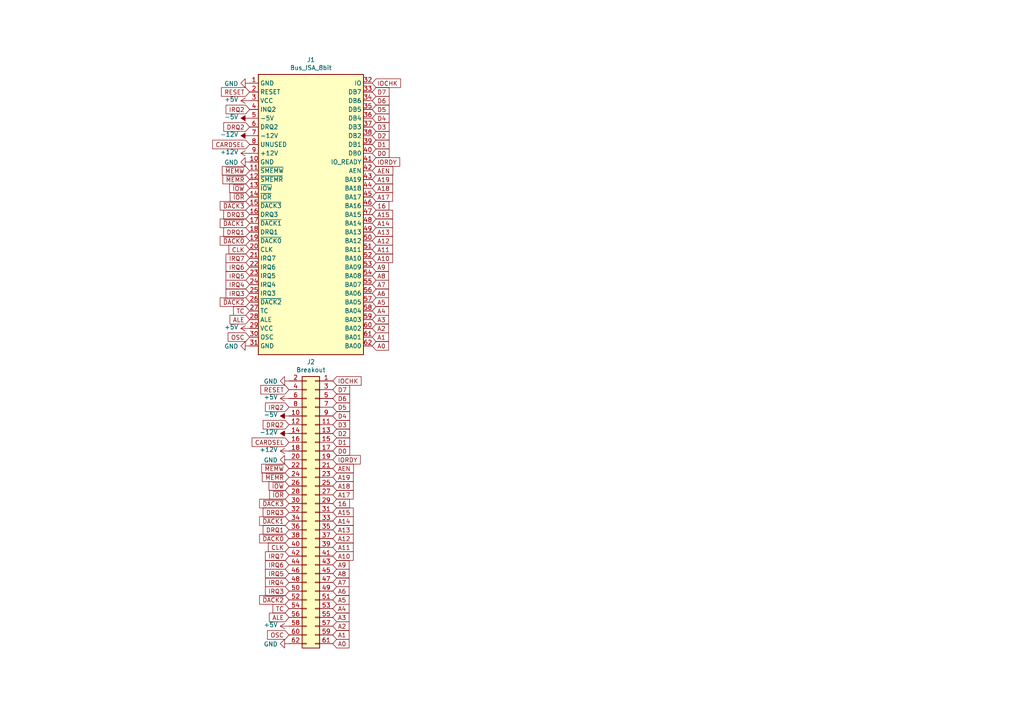
<source format=kicad_sch>
(kicad_sch (version 20230121) (generator eeschema)
  (paper "A4")
  (title_block (title "8-bit ISA Prototype Board") (date "2019-02-07") (company "Monotech PCs"))
  (lib_symbols
    (symbol "Connector_Generic:Conn_02x31_Odd_Even" (pin_names (offset 1.016) hide)
      (property "Reference" "J" (at 1.27 40.64 0))
      (property "Value" "Conn_02x31_Odd_Even" (at 1.27 -40.64 0))
      (symbol "Conn_02x31_Odd_Even_1_1"
        (rectangle (start -1.27 -37.973) (end 0 -38.227) (stroke (width 0.1524)))
        (rectangle (start -1.27 -35.433) (end 0 -35.687) (stroke (width 0.1524)))
        (rectangle (start -1.27 -32.893) (end 0 -33.147) (stroke (width 0.1524)))
        (rectangle (start -1.27 -30.353) (end 0 -30.607) (stroke (width 0.1524)))
        (rectangle (start -1.27 -27.813) (end 0 -28.067) (stroke (width 0.1524)))
        (rectangle (start -1.27 -25.273) (end 0 -25.527) (stroke (width 0.1524)))
        (rectangle (start -1.27 -22.733) (end 0 -22.987) (stroke (width 0.1524)))
        (rectangle (start -1.27 -20.193) (end 0 -20.447) (stroke (width 0.1524)))
        (rectangle (start -1.27 -17.653) (end 0 -17.907) (stroke (width 0.1524)))
        (rectangle (start -1.27 -15.113) (end 0 -15.367) (stroke (width 0.1524)))
        (rectangle (start -1.27 -12.573) (end 0 -12.827) (stroke (width 0.1524)))
        (rectangle (start -1.27 -10.033) (end 0 -10.287) (stroke (width 0.1524)))
        (rectangle (start -1.27 -7.493) (end 0 -7.747) (stroke (width 0.1524)))
        (rectangle (start -1.27 -4.953) (end 0 -5.207) (stroke (width 0.1524)))
        (rectangle (start -1.27 -2.413) (end 0 -2.667) (stroke (width 0.1524)))
        (rectangle (start -1.27 0.127) (end 0 -0.127) (stroke (width 0.1524)))
        (rectangle (start -1.27 2.667) (end 0 2.413) (stroke (width 0.1524)))
        (rectangle (start -1.27 5.207) (end 0 4.953) (stroke (width 0.1524)))
        (rectangle (start -1.27 7.747) (end 0 7.493) (stroke (width 0.1524)))
        (rectangle (start -1.27 10.287) (end 0 10.033) (stroke (width 0.1524)))
        (rectangle (start -1.27 12.827) (end 0 12.573) (stroke (width 0.1524)))
        (rectangle (start -1.27 15.367) (end 0 15.113) (stroke (width 0.1524)))
        (rectangle (start -1.27 17.907) (end 0 17.653) (stroke (width 0.1524)))
        (rectangle (start -1.27 20.447) (end 0 20.193) (stroke (width 0.1524)))
        (rectangle (start -1.27 22.987) (end 0 22.733) (stroke (width 0.1524)))
        (rectangle (start -1.27 25.527) (end 0 25.273) (stroke (width 0.1524)))
        (rectangle (start -1.27 28.067) (end 0 27.813) (stroke (width 0.1524)))
        (rectangle (start -1.27 30.607) (end 0 30.353) (stroke (width 0.1524)))
        (rectangle (start -1.27 33.147) (end 0 32.893) (stroke (width 0.1524)))
        (rectangle (start -1.27 35.687) (end 0 35.433) (stroke (width 0.1524)))
        (rectangle (start -1.27 38.227) (end 0 37.973) (stroke (width 0.1524)))
        (rectangle (start -1.27 39.37) (end 3.81 -39.37) (stroke (width 0.254)) (fill (type background)))
        (rectangle (start 3.81 -37.973) (end 2.54 -38.227) (stroke (width 0.1524)))
        (rectangle (start 3.81 -35.433) (end 2.54 -35.687) (stroke (width 0.1524)))
        (rectangle (start 3.81 -32.893) (end 2.54 -33.147) (stroke (width 0.1524)))
        (rectangle (start 3.81 -30.353) (end 2.54 -30.607) (stroke (width 0.1524)))
        (rectangle (start 3.81 -27.813) (end 2.54 -28.067) (stroke (width 0.1524)))
        (rectangle (start 3.81 -25.273) (end 2.54 -25.527) (stroke (width 0.1524)))
        (rectangle (start 3.81 -22.733) (end 2.54 -22.987) (stroke (width 0.1524)))
        (rectangle (start 3.81 -20.193) (end 2.54 -20.447) (stroke (width 0.1524)))
        (rectangle (start 3.81 -17.653) (end 2.54 -17.907) (stroke (width 0.1524)))
        (rectangle (start 3.81 -15.113) (end 2.54 -15.367) (stroke (width 0.1524)))
        (rectangle (start 3.81 -12.573) (end 2.54 -12.827) (stroke (width 0.1524)))
        (rectangle (start 3.81 -10.033) (end 2.54 -10.287) (stroke (width 0.1524)))
        (rectangle (start 3.81 -7.493) (end 2.54 -7.747) (stroke (width 0.1524)))
        (rectangle (start 3.81 -4.953) (end 2.54 -5.207) (stroke (width 0.1524)))
        (rectangle (start 3.81 -2.413) (end 2.54 -2.667) (stroke (width 0.1524)))
        (rectangle (start 3.81 0.127) (end 2.54 -0.127) (stroke (width 0.1524)))
        (rectangle (start 3.81 2.667) (end 2.54 2.413) (stroke (width 0.1524)))
        (rectangle (start 3.81 5.207) (end 2.54 4.953) (stroke (width 0.1524)))
        (rectangle (start 3.81 7.747) (end 2.54 7.493) (stroke (width 0.1524)))
        (rectangle (start 3.81 10.287) (end 2.54 10.033) (stroke (width 0.1524)))
        (rectangle (start 3.81 12.827) (end 2.54 12.573) (stroke (width 0.1524)))
        (rectangle (start 3.81 15.367) (end 2.54 15.113) (stroke (width 0.1524)))
        (rectangle (start 3.81 17.907) (end 2.54 17.653) (stroke (width 0.1524)))
        (rectangle (start 3.81 20.447) (end 2.54 20.193) (stroke (width 0.1524)))
        (rectangle (start 3.81 22.987) (end 2.54 22.733) (stroke (width 0.1524)))
        (rectangle (start 3.81 25.527) (end 2.54 25.273) (stroke (width 0.1524)))
        (rectangle (start 3.81 28.067) (end 2.54 27.813) (stroke (width 0.1524)))
        (rectangle (start 3.81 30.607) (end 2.54 30.353) (stroke (width 0.1524)))
        (rectangle (start 3.81 33.147) (end 2.54 32.893) (stroke (width 0.1524)))
        (rectangle (start 3.81 35.687) (end 2.54 35.433) (stroke (width 0.1524)))
        (rectangle (start 3.81 38.227) (end 2.54 37.973) (stroke (width 0.1524)))
        (pin passive line (at -5.08 38.1 0) (length 3.81) (name "Pin_1") (number "1"))
        (pin passive line (at 7.62 27.94 180) (length 3.81) (name "Pin_10") (number "10"))
        (pin passive line (at -5.08 25.4 0) (length 3.81) (name "Pin_11") (number "11"))
        (pin passive line (at 7.62 25.4 180) (length 3.81) (name "Pin_12") (number "12"))
        (pin passive line (at -5.08 22.86 0) (length 3.81) (name "Pin_13") (number "13"))
        (pin passive line (at 7.62 22.86 180) (length 3.81) (name "Pin_14") (number "14"))
        (pin passive line (at -5.08 20.32 0) (length 3.81) (name "Pin_15") (number "15"))
        (pin passive line (at 7.62 20.32 180) (length 3.81) (name "Pin_16") (number "16"))
        (pin passive line (at -5.08 17.78 0) (length 3.81) (name "Pin_17") (number "17"))
        (pin passive line (at 7.62 17.78 180) (length 3.81) (name "Pin_18") (number "18"))
        (pin passive line (at -5.08 15.24 0) (length 3.81) (name "Pin_19") (number "19"))
        (pin passive line (at 7.62 38.1 180) (length 3.81) (name "Pin_2") (number "2"))
        (pin passive line (at 7.62 15.24 180) (length 3.81) (name "Pin_20") (number "20"))
        (pin passive line (at -5.08 12.7 0) (length 3.81) (name "Pin_21") (number "21"))
        (pin passive line (at 7.62 12.7 180) (length 3.81) (name "Pin_22") (number "22"))
        (pin passive line (at -5.08 10.16 0) (length 3.81) (name "Pin_23") (number "23"))
        (pin passive line (at 7.62 10.16 180) (length 3.81) (name "Pin_24") (number "24"))
        (pin passive line (at -5.08 7.62 0) (length 3.81) (name "Pin_25") (number "25"))
        (pin passive line (at 7.62 7.62 180) (length 3.81) (name "Pin_26") (number "26"))
        (pin passive line (at -5.08 5.08 0) (length 3.81) (name "Pin_27") (number "27"))
        (pin passive line (at 7.62 5.08 180) (length 3.81) (name "Pin_28") (number "28"))
        (pin passive line (at -5.08 2.54 0) (length 3.81) (name "Pin_29") (number "29"))
        (pin passive line (at -5.08 35.56 0) (length 3.81) (name "Pin_3") (number "3"))
        (pin passive line (at 7.62 2.54 180) (length 3.81) (name "Pin_30") (number "30"))
        (pin passive line (at -5.08 0 0) (length 3.81) (name "Pin_31") (number "31"))
        (pin passive line (at 7.62 0 180) (length 3.81) (name "Pin_32") (number "32"))
        (pin passive line (at -5.08 -2.54 0) (length 3.81) (name "Pin_33") (number "33"))
        (pin passive line (at 7.62 -2.54 180) (length 3.81) (name "Pin_34") (number "34"))
        (pin passive line (at -5.08 -5.08 0) (length 3.81) (name "Pin_35") (number "35"))
        (pin passive line (at 7.62 -5.08 180) (length 3.81) (name "Pin_36") (number "36"))
        (pin passive line (at -5.08 -7.62 0) (length 3.81) (name "Pin_37") (number "37"))
        (pin passive line (at 7.62 -7.62 180) (length 3.81) (name "Pin_38") (number "38"))
        (pin passive line (at -5.08 -10.16 0) (length 3.81) (name "Pin_39") (number "39"))
        (pin passive line (at 7.62 35.56 180) (length 3.81) (name "Pin_4") (number "4"))
        (pin passive line (at 7.62 -10.16 180) (length 3.81) (name "Pin_40") (number "40"))
        (pin passive line (at -5.08 -12.7 0) (length 3.81) (name "Pin_41") (number "41"))
        (pin passive line (at 7.62 -12.7 180) (length 3.81) (name "Pin_42") (number "42"))
        (pin passive line (at -5.08 -15.24 0) (length 3.81) (name "Pin_43") (number "43"))
        (pin passive line (at 7.62 -15.24 180) (length 3.81) (name "Pin_44") (number "44"))
        (pin passive line (at -5.08 -17.78 0) (length 3.81) (name "Pin_45") (number "45"))
        (pin passive line (at 7.62 -17.78 180) (length 3.81) (name "Pin_46") (number "46"))
        (pin passive line (at -5.08 -20.32 0) (length 3.81) (name "Pin_47") (number "47"))
        (pin passive line (at 7.62 -20.32 180) (length 3.81) (name "Pin_48") (number "48"))
        (pin passive line (at -5.08 -22.86 0) (length 3.81) (name "Pin_49") (number "49"))
        (pin passive line (at -5.08 33.02 0) (length 3.81) (name "Pin_5") (number "5"))
        (pin passive line (at 7.62 -22.86 180) (length 3.81) (name "Pin_50") (number "50"))
        (pin passive line (at -5.08 -25.4 0) (length 3.81) (name "Pin_51") (number "51"))
        (pin passive line (at 7.62 -25.4 180) (length 3.81) (name "Pin_52") (number "52"))
        (pin passive line (at -5.08 -27.94 0) (length 3.81) (name "Pin_53") (number "53"))
        (pin passive line (at 7.62 -27.94 180) (length 3.81) (name "Pin_54") (number "54"))
        (pin passive line (at -5.08 -30.48 0) (length 3.81) (name "Pin_55") (number "55"))
        (pin passive line (at 7.62 -30.48 180) (length 3.81) (name "Pin_56") (number "56"))
        (pin passive line (at -5.08 -33.02 0) (length 3.81) (name "Pin_57") (number "57"))
        (pin passive line (at 7.62 -33.02 180) (length 3.81) (name "Pin_58") (number "58"))
        (pin passive line (at -5.08 -35.56 0) (length 3.81) (name "Pin_59") (number "59"))
        (pin passive line (at 7.62 33.02 180) (length 3.81) (name "Pin_6") (number "6"))
        (pin passive line (at 7.62 -35.56 180) (length 3.81) (name "Pin_60") (number "60"))
        (pin passive line (at -5.08 -38.1 0) (length 3.81) (name "Pin_61") (number "61"))
        (pin passive line (at 7.62 -38.1 180) (length 3.81) (name "Pin_62") (number "62"))
        (pin passive line (at -5.08 30.48 0) (length 3.81) (name "Pin_7") (number "7"))
        (pin passive line (at 7.62 30.48 180) (length 3.81) (name "Pin_8") (number "8"))
        (pin passive line (at -5.08 27.94 0) (length 3.81) (name "Pin_9") (number "9"))
      )
    )
    (symbol "XT Prototype Board-rescue:Bus_ISA_8bit-Connector"
      (property "Reference" "J" (at 0 42.545 0))
      (property "Value" "Connector_Bus_ISA_8bit" (at 0 -42.545 0))
      (symbol "Bus_ISA_8bit-Connector_0_1"
        (rectangle (start -15.24 -40.64) (end 15.24 40.64) (stroke (width 0.254)) (fill (type background)))
      )
      (symbol "Bus_ISA_8bit-Connector_1_1"
        (pin power_in line (at -17.78 38.1 0) (length 2.54) (name "GND") (number "1"))
        (pin power_in line (at -17.78 15.24 0) (length 2.54) (name "GND") (number "10"))
        (pin output line (at -17.78 12.7 0) (length 2.54) (name "~{SMEMW}") (number "11"))
        (pin output line (at -17.78 10.16 0) (length 2.54) (name "~{SMEMR}") (number "12"))
        (pin output line (at -17.78 7.62 0) (length 2.54) (name "~{IOW}") (number "13"))
        (pin output line (at -17.78 5.08 0) (length 2.54) (name "~{IOR}") (number "14"))
        (pin passive line (at -17.78 2.54 0) (length 2.54) (name "~{DACK3}") (number "15"))
        (pin passive line (at -17.78 0 0) (length 2.54) (name "DRQ3") (number "16"))
        (pin passive line (at -17.78 -2.54 0) (length 2.54) (name "~{DACK1}") (number "17"))
        (pin passive line (at -17.78 -5.08 0) (length 2.54) (name "DRQ1") (number "18"))
        (pin passive line (at -17.78 -7.62 0) (length 2.54) (name "~{DACK0}") (number "19"))
        (pin output line (at -17.78 35.56 0) (length 2.54) (name "RESET") (number "2"))
        (pin output line (at -17.78 -10.16 0) (length 2.54) (name "CLK") (number "20"))
        (pin passive line (at -17.78 -12.7 0) (length 2.54) (name "IRQ7") (number "21"))
        (pin passive line (at -17.78 -15.24 0) (length 2.54) (name "IRQ6") (number "22"))
        (pin passive line (at -17.78 -17.78 0) (length 2.54) (name "IRQ5") (number "23"))
        (pin passive line (at -17.78 -20.32 0) (length 2.54) (name "IRQ4") (number "24"))
        (pin passive line (at -17.78 -22.86 0) (length 2.54) (name "IRQ3") (number "25"))
        (pin passive line (at -17.78 -25.4 0) (length 2.54) (name "~{DACK2}") (number "26"))
        (pin passive line (at -17.78 -27.94 0) (length 2.54) (name "TC") (number "27"))
        (pin output line (at -17.78 -30.48 0) (length 2.54) (name "ALE") (number "28"))
        (pin power_in line (at -17.78 -33.02 0) (length 2.54) (name "VCC") (number "29"))
        (pin power_in line (at -17.78 33.02 0) (length 2.54) (name "VCC") (number "3"))
        (pin output line (at -17.78 -35.56 0) (length 2.54) (name "OSC") (number "30"))
        (pin power_in line (at -17.78 -38.1 0) (length 2.54) (name "GND") (number "31"))
        (pin passive line (at 17.78 38.1 180) (length 2.54) (name "IO") (number "32"))
        (pin tri_state line (at 17.78 35.56 180) (length 2.54) (name "DB7") (number "33"))
        (pin tri_state line (at 17.78 33.02 180) (length 2.54) (name "DB6") (number "34"))
        (pin tri_state line (at 17.78 30.48 180) (length 2.54) (name "DB5") (number "35"))
        (pin tri_state line (at 17.78 27.94 180) (length 2.54) (name "DB4") (number "36"))
        (pin tri_state line (at 17.78 25.4 180) (length 2.54) (name "DB3") (number "37"))
        (pin tri_state line (at 17.78 22.86 180) (length 2.54) (name "DB2") (number "38"))
        (pin tri_state line (at 17.78 20.32 180) (length 2.54) (name "DB1") (number "39"))
        (pin passive line (at -17.78 30.48 0) (length 2.54) (name "INQ2") (number "4"))
        (pin tri_state line (at 17.78 17.78 180) (length 2.54) (name "DB0") (number "40"))
        (pin passive line (at 17.78 15.24 180) (length 2.54) (name "IO_READY") (number "41"))
        (pin output line (at 17.78 12.7 180) (length 2.54) (name "AEN") (number "42"))
        (pin tri_state line (at 17.78 10.16 180) (length 2.54) (name "BA19") (number "43"))
        (pin tri_state line (at 17.78 7.62 180) (length 2.54) (name "BA18") (number "44"))
        (pin tri_state line (at 17.78 5.08 180) (length 2.54) (name "BA17") (number "45"))
        (pin tri_state line (at 17.78 2.54 180) (length 2.54) (name "BA16") (number "46"))
        (pin tri_state line (at 17.78 0 180) (length 2.54) (name "BA15") (number "47"))
        (pin tri_state line (at 17.78 -2.54 180) (length 2.54) (name "BA14") (number "48"))
        (pin tri_state line (at 17.78 -5.08 180) (length 2.54) (name "BA13") (number "49"))
        (pin power_in line (at -17.78 27.94 0) (length 2.54) (name "-5V") (number "5"))
        (pin tri_state line (at 17.78 -7.62 180) (length 2.54) (name "BA12") (number "50"))
        (pin tri_state line (at 17.78 -10.16 180) (length 2.54) (name "BA11") (number "51"))
        (pin tri_state line (at 17.78 -12.7 180) (length 2.54) (name "BA10") (number "52"))
        (pin tri_state line (at 17.78 -15.24 180) (length 2.54) (name "BA09") (number "53"))
        (pin tri_state line (at 17.78 -17.78 180) (length 2.54) (name "BA08") (number "54"))
        (pin tri_state line (at 17.78 -20.32 180) (length 2.54) (name "BA07") (number "55"))
        (pin tri_state line (at 17.78 -22.86 180) (length 2.54) (name "BA06") (number "56"))
        (pin tri_state line (at 17.78 -25.4 180) (length 2.54) (name "BA05") (number "57"))
        (pin tri_state line (at 17.78 -27.94 180) (length 2.54) (name "BA04") (number "58"))
        (pin tri_state line (at 17.78 -30.48 180) (length 2.54) (name "BA03") (number "59"))
        (pin passive line (at -17.78 25.4 0) (length 2.54) (name "DRQ2") (number "6"))
        (pin tri_state line (at 17.78 -33.02 180) (length 2.54) (name "BA02") (number "60"))
        (pin tri_state line (at 17.78 -35.56 180) (length 2.54) (name "BA01") (number "61"))
        (pin tri_state line (at 17.78 -38.1 180) (length 2.54) (name "BA00") (number "62"))
        (pin power_in line (at -17.78 22.86 0) (length 2.54) (name "-12V") (number "7"))
        (pin passive line (at -17.78 20.32 0) (length 2.54) (name "UNUSED") (number "8"))
        (pin power_in line (at -17.78 17.78 0) (length 2.54) (name "+12V") (number "9"))
      )
    )
    (symbol "power:+12V" (power) (pin_names (offset 0))
      (property "Value" "+12V" (at 0 3.556 0))
      (symbol "+12V_0_1"
        (polyline (pts (xy -0.762 1.27) (xy 0 2.54)))
        (polyline (pts (xy 0 0) (xy 0 2.54)))
        (polyline (pts (xy 0 2.54) (xy 0.762 1.27)))
      )
      (symbol "+12V_1_1"
        (pin power_in line (at 0 0 90) (length 0) hide (name "+12V") (number "1"))
      )
    )
    (symbol "power:+5V" (power) (pin_names (offset 0))
      (property "Value" "+5V" (at 0 3.556 0))
      (symbol "+5V_0_1"
        (polyline (pts (xy -0.762 1.27) (xy 0 2.54)))
        (polyline (pts (xy 0 0) (xy 0 2.54)))
        (polyline (pts (xy 0 2.54) (xy 0.762 1.27)))
      )
      (symbol "+5V_1_1"
        (pin power_in line (at 0 0 90) (length 0) hide (name "+5V") (number "1"))
      )
    )
    (symbol "power:-12V" (power) (pin_names (offset 0))
      (property "Value" "-12V" (at 0 3.81 0))
      (symbol "-12V_0_0"
        (pin power_in line (at 0 0 90) (length 0) hide (name "-12V") (number "1"))
      )
      (symbol "-12V_0_1"
        (polyline (pts (xy 0 0) (xy 0 1.27) (xy 0.762 1.27) (xy 0 2.54) (xy -0.762 1.27) (xy 0 1.27)) (fill (type outline)))
      )
    )
    (symbol "power:-5V" (power) (pin_names (offset 0))
      (property "Value" "-5V" (at 0 3.81 0))
      (symbol "-5V_0_0"
        (pin power_in line (at 0 0 90) (length 0) hide (name "-5V") (number "1"))
      )
      (symbol "-5V_0_1"
        (polyline (pts (xy 0 0) (xy 0 1.27) (xy 0.762 1.27) (xy 0 2.54) (xy -0.762 1.27) (xy 0 1.27)) (fill (type outline)))
      )
    )
    (symbol "power:GND" (power) (pin_names (offset 0))
      (property "Value" "GND" (at 0 -3.81 0))
      (symbol "GND_0_1"
        (polyline (pts (xy 0 0) (xy 0 -1.27) (xy 1.27 -1.27) (xy 0 -2.54) (xy -1.27 -1.27) (xy 0 -1.27)))
      )
      (symbol "GND_1_1"
        (pin power_in line (at 0 0 270) (length 0) hide (name "GND") (number "1"))
      )
    )
  )
  (global_label "A7" (shape input) (at 107.95 82.55 0) (property "Intersheetrefs" "${INTERSHEET_REFS}" (effects hide)))
  (global_label "DRQ1" (shape input) (at 72.39 67.31 180) (property "Intersheetrefs" "${INTERSHEET_REFS}" (effects hide)))
  (global_label "~{DACK1}" (shape input) (at 83.82 151.13 180) (property "Intersheetrefs" "${INTERSHEET_REFS}" (effects hide)))
  (global_label "IRQ5" (shape input) (at 72.39 80.01 180) (property "Intersheetrefs" "${INTERSHEET_REFS}" (effects hide)))
  (global_label "A11" (shape input) (at 96.52 158.75 0) (property "Intersheetrefs" "${INTERSHEET_REFS}" (effects hide)))
  (global_label "A12" (shape input) (at 107.95 69.85 0) (property "Intersheetrefs" "${INTERSHEET_REFS}" (effects hide)))
  (global_label "RESET" (shape input) (at 72.39 26.67 180) (property "Intersheetrefs" "${INTERSHEET_REFS}" (effects hide)))
  (global_label "CARDSEL" (shape input) (at 83.82 128.27 180) (property "Intersheetrefs" "${INTERSHEET_REFS}" (effects hide)))
  (global_label "ALE" (shape input) (at 72.39 92.71 180) (property "Intersheetrefs" "${INTERSHEET_REFS}" (effects hide)))
  (global_label "A2" (shape input) (at 96.52 181.61 0) (property "Intersheetrefs" "${INTERSHEET_REFS}" (effects hide)))
  (global_label "A9" (shape input) (at 96.52 163.83 0) (property "Intersheetrefs" "${INTERSHEET_REFS}" (effects hide)))
  (global_label "D5" (shape input) (at 107.95 31.75 0) (property "Intersheetrefs" "${INTERSHEET_REFS}" (effects hide)))
  (global_label "IRQ3" (shape input) (at 72.39 85.09 180) (property "Intersheetrefs" "${INTERSHEET_REFS}" (effects hide)))
  (global_label "IRQ5" (shape input) (at 83.82 166.37 180) (property "Intersheetrefs" "${INTERSHEET_REFS}" (effects hide)))
  (global_label "IRQ7" (shape input) (at 72.39 74.93 180) (property "Intersheetrefs" "${INTERSHEET_REFS}" (effects hide)))
  (global_label "IRQ3" (shape input) (at 83.82 171.45 180) (property "Intersheetrefs" "${INTERSHEET_REFS}" (effects hide)))
  (global_label "DRQ2" (shape input) (at 72.39 36.83 180) (property "Intersheetrefs" "${INTERSHEET_REFS}" (effects hide)))
  (global_label "DRQ2" (shape input) (at 83.82 123.19 180) (property "Intersheetrefs" "${INTERSHEET_REFS}" (effects hide)))
  (global_label "DRQ3" (shape input) (at 72.39 62.23 180) (property "Intersheetrefs" "${INTERSHEET_REFS}" (effects hide)))
  (global_label "A5" (shape input) (at 96.52 173.99 0) (property "Intersheetrefs" "${INTERSHEET_REFS}" (effects hide)))
  (global_label "A3" (shape input) (at 96.52 179.07 0) (property "Intersheetrefs" "${INTERSHEET_REFS}" (effects hide)))
  (global_label "OSC" (shape input) (at 83.82 184.15 180) (property "Intersheetrefs" "${INTERSHEET_REFS}" (effects hide)))
  (global_label "IRQ6" (shape input) (at 72.39 77.47 180) (property "Intersheetrefs" "${INTERSHEET_REFS}" (effects hide)))
  (global_label "AEN" (shape input) (at 107.95 49.53 0) (property "Intersheetrefs" "${INTERSHEET_REFS}" (effects hide)))
  (global_label "~{DACK0}" (shape input) (at 83.82 156.21 180) (property "Intersheetrefs" "${INTERSHEET_REFS}" (effects hide)))
  (global_label "IRQ2" (shape input) (at 72.39 31.75 180) (property "Intersheetrefs" "${INTERSHEET_REFS}" (effects hide)))
  (global_label "D7" (shape input) (at 107.95 26.67 0) (property "Intersheetrefs" "${INTERSHEET_REFS}" (effects hide)))
  (global_label "IRQ7" (shape input) (at 83.82 161.29 180) (property "Intersheetrefs" "${INTERSHEET_REFS}" (effects hide)))
  (global_label "IRQ6" (shape input) (at 83.82 163.83 180) (property "Intersheetrefs" "${INTERSHEET_REFS}" (effects hide)))
  (global_label "ALE" (shape input) (at 83.82 179.07 180) (property "Intersheetrefs" "${INTERSHEET_REFS}" (effects hide)))
  (global_label "A13" (shape input) (at 96.52 153.67 0) (property "Intersheetrefs" "${INTERSHEET_REFS}" (effects hide)))
  (global_label "~{IOR}" (shape input) (at 72.39 57.15 180) (property "Intersheetrefs" "${INTERSHEET_REFS}" (effects hide)))
  (global_label "A1" (shape input) (at 107.95 97.79 0) (property "Intersheetrefs" "${INTERSHEET_REFS}" (effects hide)))
  (global_label "D5" (shape input) (at 96.52 118.11 0) (property "Intersheetrefs" "${INTERSHEET_REFS}" (effects hide)))
  (global_label "A4" (shape input) (at 96.52 176.53 0) (property "Intersheetrefs" "${INTERSHEET_REFS}" (effects hide)))
  (global_label "A19" (shape input) (at 96.52 138.43 0) (property "Intersheetrefs" "${INTERSHEET_REFS}" (effects hide)))
  (global_label "~{MEMR}" (shape input) (at 72.39 52.07 180) (property "Intersheetrefs" "${INTERSHEET_REFS}" (effects hide)))
  (global_label "~{MEMW}" (shape input) (at 72.39 49.53 180) (property "Intersheetrefs" "${INTERSHEET_REFS}" (effects hide)))
  (global_label "TC" (shape input) (at 72.39 90.17 180) (property "Intersheetrefs" "${INTERSHEET_REFS}" (effects hide)))
  (global_label "A2" (shape input) (at 107.95 95.25 0) (property "Intersheetrefs" "${INTERSHEET_REFS}" (effects hide)))
  (global_label "D1" (shape input) (at 96.52 128.27 0) (property "Intersheetrefs" "${INTERSHEET_REFS}" (effects hide)))
  (global_label "~{MEMW}" (shape input) (at 83.82 135.89 180) (property "Intersheetrefs" "${INTERSHEET_REFS}" (effects hide)))
  (global_label "A0" (shape input) (at 107.95 100.33 0) (property "Intersheetrefs" "${INTERSHEET_REFS}" (effects hide)))
  (global_label "A18" (shape input) (at 107.95 54.61 0) (property "Intersheetrefs" "${INTERSHEET_REFS}" (effects hide)))
  (global_label "A13" (shape input) (at 107.95 67.31 0) (property "Intersheetrefs" "${INTERSHEET_REFS}" (effects hide)))
  (global_label "A4" (shape input) (at 107.95 90.17 0) (property "Intersheetrefs" "${INTERSHEET_REFS}" (effects hide)))
  (global_label "D0" (shape input) (at 107.95 44.45 0) (property "Intersheetrefs" "${INTERSHEET_REFS}" (effects hide)))
  (global_label "~{DACK1}" (shape input) (at 72.39 64.77 180) (property "Intersheetrefs" "${INTERSHEET_REFS}" (effects hide)))
  (global_label "DRQ3" (shape input) (at 83.82 148.59 180) (property "Intersheetrefs" "${INTERSHEET_REFS}" (effects hide)))
  (global_label "~{IOR}" (shape input) (at 83.82 143.51 180) (property "Intersheetrefs" "${INTERSHEET_REFS}" (effects hide)))
  (global_label "~{IOW}" (shape input) (at 83.82 140.97 180) (property "Intersheetrefs" "${INTERSHEET_REFS}" (effects hide)))
  (global_label "D6" (shape input) (at 107.95 29.21 0) (property "Intersheetrefs" "${INTERSHEET_REFS}" (effects hide)))
  (global_label "A14" (shape input) (at 96.52 151.13 0) (property "Intersheetrefs" "${INTERSHEET_REFS}" (effects hide)))
  (global_label "AEN" (shape input) (at 96.52 135.89 0) (property "Intersheetrefs" "${INTERSHEET_REFS}" (effects hide)))
  (global_label "IRQ4" (shape input) (at 72.39 82.55 180) (property "Intersheetrefs" "${INTERSHEET_REFS}" (effects hide)))
  (global_label "CLK" (shape input) (at 83.82 158.75 180) (property "Intersheetrefs" "${INTERSHEET_REFS}" (effects hide)))
  (global_label "A17" (shape input) (at 96.52 143.51 0) (property "Intersheetrefs" "${INTERSHEET_REFS}" (effects hide)))
  (global_label "IORDY" (shape input) (at 96.52 133.35 0) (property "Intersheetrefs" "${INTERSHEET_REFS}" (effects hide)))
  (global_label "D2" (shape input) (at 96.52 125.73 0) (property "Intersheetrefs" "${INTERSHEET_REFS}" (effects hide)))
  (global_label "IOCHK" (shape input) (at 96.52 110.49 0) (property "Intersheetrefs" "${INTERSHEET_REFS}" (effects hide)))
  (global_label "IRQ4" (shape input) (at 83.82 168.91 180) (property "Intersheetrefs" "${INTERSHEET_REFS}" (effects hide)))
  (global_label "~{DACK2}" (shape input) (at 72.39 87.63 180) (property "Intersheetrefs" "${INTERSHEET_REFS}" (effects hide)))
  (global_label "A0" (shape input) (at 96.52 186.69 0) (property "Intersheetrefs" "${INTERSHEET_REFS}" (effects hide)))
  (global_label "D3" (shape input) (at 107.95 36.83 0) (property "Intersheetrefs" "${INTERSHEET_REFS}" (effects hide)))
  (global_label "A5" (shape input) (at 107.95 87.63 0) (property "Intersheetrefs" "${INTERSHEET_REFS}" (effects hide)))
  (global_label "D7" (shape input) (at 96.52 113.03 0) (property "Intersheetrefs" "${INTERSHEET_REFS}" (effects hide)))
  (global_label "DRQ1" (shape input) (at 83.82 153.67 180) (property "Intersheetrefs" "${INTERSHEET_REFS}" (effects hide)))
  (global_label "A6" (shape input) (at 107.95 85.09 0) (property "Intersheetrefs" "${INTERSHEET_REFS}" (effects hide)))
  (global_label "16" (shape input) (at 107.95 59.69 0) (property "Intersheetrefs" "${INTERSHEET_REFS}" (effects hide)))
  (global_label "A14" (shape input) (at 107.95 64.77 0) (property "Intersheetrefs" "${INTERSHEET_REFS}" (effects hide)))
  (global_label "D2" (shape input) (at 107.95 39.37 0) (property "Intersheetrefs" "${INTERSHEET_REFS}" (effects hide)))
  (global_label "~{DACK3}" (shape input) (at 83.82 146.05 180) (property "Intersheetrefs" "${INTERSHEET_REFS}" (effects hide)))
  (global_label "D6" (shape input) (at 96.52 115.57 0) (property "Intersheetrefs" "${INTERSHEET_REFS}" (effects hide)))
  (global_label "A1" (shape input) (at 96.52 184.15 0) (property "Intersheetrefs" "${INTERSHEET_REFS}" (effects hide)))
  (global_label "A6" (shape input) (at 96.52 171.45 0) (property "Intersheetrefs" "${INTERSHEET_REFS}" (effects hide)))
  (global_label "D4" (shape input) (at 107.95 34.29 0) (property "Intersheetrefs" "${INTERSHEET_REFS}" (effects hide)))
  (global_label "A15" (shape input) (at 107.95 62.23 0) (property "Intersheetrefs" "${INTERSHEET_REFS}" (effects hide)))
  (global_label "D0" (shape input) (at 96.52 130.81 0) (property "Intersheetrefs" "${INTERSHEET_REFS}" (effects hide)))
  (global_label "D4" (shape input) (at 96.52 120.65 0) (property "Intersheetrefs" "${INTERSHEET_REFS}" (effects hide)))
  (global_label "~{DACK0}" (shape input) (at 72.39 69.85 180) (property "Intersheetrefs" "${INTERSHEET_REFS}" (effects hide)))
  (global_label "A18" (shape input) (at 96.52 140.97 0) (property "Intersheetrefs" "${INTERSHEET_REFS}" (effects hide)))
  (global_label "A15" (shape input) (at 96.52 148.59 0) (property "Intersheetrefs" "${INTERSHEET_REFS}" (effects hide)))
  (global_label "A11" (shape input) (at 107.95 72.39 0) (property "Intersheetrefs" "${INTERSHEET_REFS}" (effects hide)))
  (global_label "IRQ2" (shape input) (at 83.82 118.11 180) (property "Intersheetrefs" "${INTERSHEET_REFS}" (effects hide)))
  (global_label "OSC" (shape input) (at 72.39 97.79 180) (property "Intersheetrefs" "${INTERSHEET_REFS}" (effects hide)))
  (global_label "IORDY" (shape input) (at 107.95 46.99 0) (property "Intersheetrefs" "${INTERSHEET_REFS}" (effects hide)))
  (global_label "A10" (shape input) (at 107.95 74.93 0) (property "Intersheetrefs" "${INTERSHEET_REFS}" (effects hide)))
  (global_label "~{MEMR}" (shape input) (at 83.82 138.43 180) (property "Intersheetrefs" "${INTERSHEET_REFS}" (effects hide)))
  (global_label "A8" (shape input) (at 107.95 80.01 0) (property "Intersheetrefs" "${INTERSHEET_REFS}" (effects hide)))
  (global_label "~{DACK2}" (shape input) (at 83.82 173.99 180) (property "Intersheetrefs" "${INTERSHEET_REFS}" (effects hide)))
  (global_label "A10" (shape input) (at 96.52 161.29 0) (property "Intersheetrefs" "${INTERSHEET_REFS}" (effects hide)))
  (global_label "16" (shape input) (at 96.52 146.05 0) (property "Intersheetrefs" "${INTERSHEET_REFS}" (effects hide)))
  (global_label "A8" (shape input) (at 96.52 166.37 0) (property "Intersheetrefs" "${INTERSHEET_REFS}" (effects hide)))
  (global_label "CARDSEL" (shape input) (at 72.39 41.91 180) (property "Intersheetrefs" "${INTERSHEET_REFS}" (effects hide)))
  (global_label "IOCHK" (shape input) (at 107.95 24.13 0) (property "Intersheetrefs" "${INTERSHEET_REFS}" (effects hide)))
  (global_label "RESET" (shape input) (at 83.82 113.03 180) (property "Intersheetrefs" "${INTERSHEET_REFS}" (effects hide)))
  (global_label "A7" (shape input) (at 96.52 168.91 0) (property "Intersheetrefs" "${INTERSHEET_REFS}" (effects hide)))
  (global_label "D3" (shape input) (at 96.52 123.19 0) (property "Intersheetrefs" "${INTERSHEET_REFS}" (effects hide)))
  (global_label "A3" (shape input) (at 107.95 92.71 0) (property "Intersheetrefs" "${INTERSHEET_REFS}" (effects hide)))
  (global_label "A9" (shape input) (at 107.95 77.47 0) (property "Intersheetrefs" "${INTERSHEET_REFS}" (effects hide)))
  (global_label "~{IOW}" (shape input) (at 72.39 54.61 180) (property "Intersheetrefs" "${INTERSHEET_REFS}" (effects hide)))
  (global_label "A19" (shape input) (at 107.95 52.07 0) (property "Intersheetrefs" "${INTERSHEET_REFS}" (effects hide)))
  (global_label "A17" (shape input) (at 107.95 57.15 0) (property "Intersheetrefs" "${INTERSHEET_REFS}" (effects hide)))
  (global_label "D1" (shape input) (at 107.95 41.91 0) (property "Intersheetrefs" "${INTERSHEET_REFS}" (effects hide)))
  (global_label "TC" (shape input) (at 83.82 176.53 180) (property "Intersheetrefs" "${INTERSHEET_REFS}" (effects hide)))
  (global_label "A12" (shape input) (at 96.52 156.21 0) (property "Intersheetrefs" "${INTERSHEET_REFS}" (effects hide)))
  (global_label "~{DACK3}" (shape input) (at 72.39 59.69 180) (property "Intersheetrefs" "${INTERSHEET_REFS}" (effects hide)))
  (global_label "CLK" (shape input) (at 72.39 72.39 180) (property "Intersheetrefs" "${INTERSHEET_REFS}" (effects hide)))
  (symbol (lib_id "XT Prototype Board-rescue:Bus_ISA_8bit-Connector") (at 90.17 62.23 0) (unit 1)
    (property "Reference" "J1" (at 90.17 17.3482 0))
    (property "Value" "Bus_ISA_8bit" (at 90.17 19.6596 0))
    (property "Footprint" "Custom:Conn_Edge_PCB_ISA8" (effects hide))
    (property "Datasheet" "https://en.wikipedia.org/wiki/Industry_Standard_Architecture" (effects hide))
  )
  (symbol (lib_id "Connector_Generic:Conn_02x31_Odd_Even") (at 91.44 148.59 0) (mirror y) (unit 1)
    (property "Reference" "J2" (at 90.17 104.9782 0))
    (property "Value" "Breakout" (at 90.17 107.2896 0))
    (property "Footprint" "Connector_PinHeader_2.54mm:PinHeader_2x31_P2.54mm_Vertical" (effects hide))
  )
  (symbol (lib_id "power:GND") (at 72.39 24.13 270) (unit 1)
    (property "Reference" "#PWR01" (effects hide))
    (property "Value" "GND" (at 69.1388 24.257 90) (effects (justify right)))
  )
  (symbol (lib_id "power:GND") (at 72.39 46.99 270) (unit 1)
    (property "Reference" "#PWR06" (effects hide))
    (property "Value" "GND" (at 69.1388 47.117 90) (effects (justify right)))
  )
  (symbol (lib_id "power:GND") (at 72.39 100.33 270) (unit 1)
    (property "Reference" "#PWR08" (effects hide))
    (property "Value" "GND" (at 69.1388 100.457 90) (effects (justify right)))
  )
  (symbol (lib_id "power:+5V") (at 72.39 29.21 90) (unit 1)
    (property "Reference" "#PWR02" (effects hide))
    (property "Value" "+5V" (at 69.1388 28.829 90) (effects (justify left)))
  )
  (symbol (lib_id "power:+5V") (at 72.39 95.25 90) (unit 1)
    (property "Reference" "#PWR07" (effects hide))
    (property "Value" "+5V" (at 69.1388 94.869 90) (effects (justify left)))
  )
  (symbol (lib_id "power:+12V") (at 72.39 44.45 90) (unit 1)
    (property "Reference" "#PWR05" (effects hide))
    (property "Value" "+12V" (at 69.1388 44.069 90) (effects (justify left)))
  )
  (symbol (lib_id "power:-12V") (at 72.39 39.37 90) (unit 1)
    (property "Reference" "#PWR04" (effects hide))
    (property "Value" "-12V" (at 69.1388 38.989 90) (effects (justify left)))
  )
  (symbol (lib_id "power:-5V") (at 72.39 34.29 90) (unit 1)
    (property "Reference" "#PWR03" (effects hide))
    (property "Value" "-5V" (at 69.1388 33.909 90) (effects (justify left)))
  )
  (symbol (lib_id "power:GND") (at 83.82 110.49 270) (unit 1)
    (property "Reference" "#PWR09" (effects hide))
    (property "Value" "GND" (at 80.5688 110.617 90) (effects (justify right)))
  )
  (symbol (lib_id "power:GND") (at 83.82 133.35 270) (unit 1)
    (property "Reference" "#PWR014" (effects hide))
    (property "Value" "GND" (at 80.5688 133.477 90) (effects (justify right)))
  )
  (symbol (lib_id "power:GND") (at 83.82 186.69 270) (unit 1)
    (property "Reference" "#PWR016" (effects hide))
    (property "Value" "GND" (at 80.5688 186.817 90) (effects (justify right)))
  )
  (symbol (lib_id "power:+5V") (at 83.82 115.57 90) (unit 1)
    (property "Reference" "#PWR010" (effects hide))
    (property "Value" "+5V" (at 80.5688 115.189 90) (effects (justify left)))
  )
  (symbol (lib_id "power:+5V") (at 83.82 181.61 90) (unit 1)
    (property "Reference" "#PWR015" (effects hide))
    (property "Value" "+5V" (at 80.5688 181.229 90) (effects (justify left)))
  )
  (symbol (lib_id "power:+12V") (at 83.82 130.81 90) (unit 1)
    (property "Reference" "#PWR013" (effects hide))
    (property "Value" "+12V" (at 80.5688 130.429 90) (effects (justify left)))
  )
  (symbol (lib_id "power:-12V") (at 83.82 125.73 90) (unit 1)
    (property "Reference" "#PWR012" (effects hide))
    (property "Value" "-12V" (at 80.5688 125.349 90) (effects (justify left)))
  )
  (symbol (lib_id "power:-5V") (at 83.82 120.65 90) (unit 1)
    (property "Reference" "#PWR011" (effects hide))
    (property "Value" "-5V" (at 80.5688 120.269 90) (effects (justify left)))
  )
)
</source>
